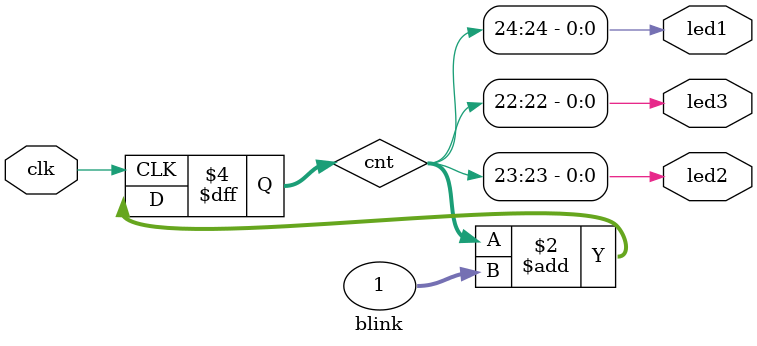
<source format=v>
module blink(
	input wire clk,
	output wire led1, led2, led3
);

reg [31:0] cnt;

initial begin
	cnt <= 32'h00000000;
end

always @(posedge clk) begin
	cnt <= cnt + 1;
end

assign led1 = cnt[24];
assign led2 = cnt[23];
assign led3 = cnt[22];

endmodule
</source>
